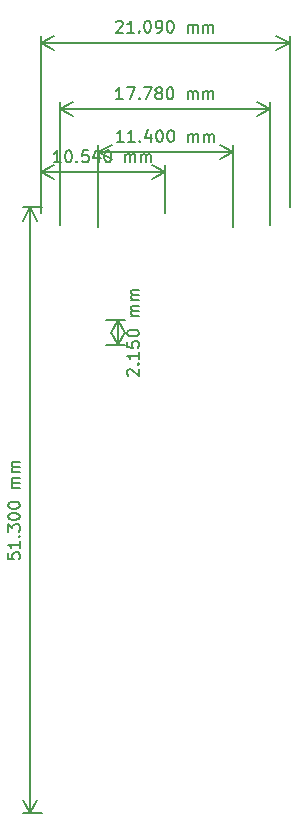
<source format=gbr>
G04 #@! TF.GenerationSoftware,KiCad,Pcbnew,(5.1.9)-1*
G04 #@! TF.CreationDate,2021-05-15T18:25:28+01:00*
G04 #@! TF.ProjectId,EnvOpenPico,456e764f-7065-46e5-9069-636f2e6b6963,REV1*
G04 #@! TF.SameCoordinates,Original*
G04 #@! TF.FileFunction,OtherDrawing,Comment*
%FSLAX46Y46*%
G04 Gerber Fmt 4.6, Leading zero omitted, Abs format (unit mm)*
G04 Created by KiCad (PCBNEW (5.1.9)-1) date 2021-05-15 18:25:28*
%MOMM*%
%LPD*%
G01*
G04 APERTURE LIST*
%ADD10C,0.150000*%
G04 APERTURE END LIST*
D10*
X94798571Y-53402380D02*
X94227142Y-53402380D01*
X94512857Y-53402380D02*
X94512857Y-52402380D01*
X94417619Y-52545238D01*
X94322380Y-52640476D01*
X94227142Y-52688095D01*
X95417619Y-52402380D02*
X95512857Y-52402380D01*
X95608095Y-52450000D01*
X95655714Y-52497619D01*
X95703333Y-52592857D01*
X95750952Y-52783333D01*
X95750952Y-53021428D01*
X95703333Y-53211904D01*
X95655714Y-53307142D01*
X95608095Y-53354761D01*
X95512857Y-53402380D01*
X95417619Y-53402380D01*
X95322380Y-53354761D01*
X95274761Y-53307142D01*
X95227142Y-53211904D01*
X95179523Y-53021428D01*
X95179523Y-52783333D01*
X95227142Y-52592857D01*
X95274761Y-52497619D01*
X95322380Y-52450000D01*
X95417619Y-52402380D01*
X96179523Y-53307142D02*
X96227142Y-53354761D01*
X96179523Y-53402380D01*
X96131904Y-53354761D01*
X96179523Y-53307142D01*
X96179523Y-53402380D01*
X97131904Y-52402380D02*
X96655714Y-52402380D01*
X96608095Y-52878571D01*
X96655714Y-52830952D01*
X96750952Y-52783333D01*
X96989047Y-52783333D01*
X97084285Y-52830952D01*
X97131904Y-52878571D01*
X97179523Y-52973809D01*
X97179523Y-53211904D01*
X97131904Y-53307142D01*
X97084285Y-53354761D01*
X96989047Y-53402380D01*
X96750952Y-53402380D01*
X96655714Y-53354761D01*
X96608095Y-53307142D01*
X98036666Y-52735714D02*
X98036666Y-53402380D01*
X97798571Y-52354761D02*
X97560476Y-53069047D01*
X98179523Y-53069047D01*
X98750952Y-52402380D02*
X98846190Y-52402380D01*
X98941428Y-52450000D01*
X98989047Y-52497619D01*
X99036666Y-52592857D01*
X99084285Y-52783333D01*
X99084285Y-53021428D01*
X99036666Y-53211904D01*
X98989047Y-53307142D01*
X98941428Y-53354761D01*
X98846190Y-53402380D01*
X98750952Y-53402380D01*
X98655714Y-53354761D01*
X98608095Y-53307142D01*
X98560476Y-53211904D01*
X98512857Y-53021428D01*
X98512857Y-52783333D01*
X98560476Y-52592857D01*
X98608095Y-52497619D01*
X98655714Y-52450000D01*
X98750952Y-52402380D01*
X100274761Y-53402380D02*
X100274761Y-52735714D01*
X100274761Y-52830952D02*
X100322380Y-52783333D01*
X100417619Y-52735714D01*
X100560476Y-52735714D01*
X100655714Y-52783333D01*
X100703333Y-52878571D01*
X100703333Y-53402380D01*
X100703333Y-52878571D02*
X100750952Y-52783333D01*
X100846190Y-52735714D01*
X100989047Y-52735714D01*
X101084285Y-52783333D01*
X101131904Y-52878571D01*
X101131904Y-53402380D01*
X101608095Y-53402380D02*
X101608095Y-52735714D01*
X101608095Y-52830952D02*
X101655714Y-52783333D01*
X101750952Y-52735714D01*
X101893809Y-52735714D01*
X101989047Y-52783333D01*
X102036666Y-52878571D01*
X102036666Y-53402380D01*
X102036666Y-52878571D02*
X102084285Y-52783333D01*
X102179523Y-52735714D01*
X102322380Y-52735714D01*
X102417619Y-52783333D01*
X102465238Y-52878571D01*
X102465238Y-53402380D01*
X93100000Y-54250000D02*
X103640000Y-54250000D01*
X93100000Y-57725000D02*
X93100000Y-53663579D01*
X103640000Y-57725000D02*
X103640000Y-53663579D01*
X103640000Y-54250000D02*
X102513496Y-54836421D01*
X103640000Y-54250000D02*
X102513496Y-53663579D01*
X93100000Y-54250000D02*
X94226504Y-54836421D01*
X93100000Y-54250000D02*
X94226504Y-53663579D01*
X100522619Y-71491666D02*
X100475000Y-71444047D01*
X100427380Y-71348809D01*
X100427380Y-71110714D01*
X100475000Y-71015476D01*
X100522619Y-70967857D01*
X100617857Y-70920238D01*
X100713095Y-70920238D01*
X100855952Y-70967857D01*
X101427380Y-71539285D01*
X101427380Y-70920238D01*
X101332142Y-70491666D02*
X101379761Y-70444047D01*
X101427380Y-70491666D01*
X101379761Y-70539285D01*
X101332142Y-70491666D01*
X101427380Y-70491666D01*
X101427380Y-69491666D02*
X101427380Y-70063095D01*
X101427380Y-69777380D02*
X100427380Y-69777380D01*
X100570238Y-69872619D01*
X100665476Y-69967857D01*
X100713095Y-70063095D01*
X100427380Y-68586904D02*
X100427380Y-69063095D01*
X100903571Y-69110714D01*
X100855952Y-69063095D01*
X100808333Y-68967857D01*
X100808333Y-68729761D01*
X100855952Y-68634523D01*
X100903571Y-68586904D01*
X100998809Y-68539285D01*
X101236904Y-68539285D01*
X101332142Y-68586904D01*
X101379761Y-68634523D01*
X101427380Y-68729761D01*
X101427380Y-68967857D01*
X101379761Y-69063095D01*
X101332142Y-69110714D01*
X100427380Y-67920238D02*
X100427380Y-67825000D01*
X100475000Y-67729761D01*
X100522619Y-67682142D01*
X100617857Y-67634523D01*
X100808333Y-67586904D01*
X101046428Y-67586904D01*
X101236904Y-67634523D01*
X101332142Y-67682142D01*
X101379761Y-67729761D01*
X101427380Y-67825000D01*
X101427380Y-67920238D01*
X101379761Y-68015476D01*
X101332142Y-68063095D01*
X101236904Y-68110714D01*
X101046428Y-68158333D01*
X100808333Y-68158333D01*
X100617857Y-68110714D01*
X100522619Y-68063095D01*
X100475000Y-68015476D01*
X100427380Y-67920238D01*
X101427380Y-66396428D02*
X100760714Y-66396428D01*
X100855952Y-66396428D02*
X100808333Y-66348809D01*
X100760714Y-66253571D01*
X100760714Y-66110714D01*
X100808333Y-66015476D01*
X100903571Y-65967857D01*
X101427380Y-65967857D01*
X100903571Y-65967857D02*
X100808333Y-65920238D01*
X100760714Y-65825000D01*
X100760714Y-65682142D01*
X100808333Y-65586904D01*
X100903571Y-65539285D01*
X101427380Y-65539285D01*
X101427380Y-65063095D02*
X100760714Y-65063095D01*
X100855952Y-65063095D02*
X100808333Y-65015476D01*
X100760714Y-64920238D01*
X100760714Y-64777380D01*
X100808333Y-64682142D01*
X100903571Y-64634523D01*
X101427380Y-64634523D01*
X100903571Y-64634523D02*
X100808333Y-64586904D01*
X100760714Y-64491666D01*
X100760714Y-64348809D01*
X100808333Y-64253571D01*
X100903571Y-64205952D01*
X101427380Y-64205952D01*
X99675000Y-68900000D02*
X99675000Y-66750000D01*
X98675000Y-68900000D02*
X100261421Y-68900000D01*
X98675000Y-66750000D02*
X100261421Y-66750000D01*
X99675000Y-66750000D02*
X100261421Y-67876504D01*
X99675000Y-66750000D02*
X99088579Y-67876504D01*
X99675000Y-68900000D02*
X100261421Y-67773496D01*
X99675000Y-68900000D02*
X99088579Y-67773496D01*
X100068571Y-48077380D02*
X99497142Y-48077380D01*
X99782857Y-48077380D02*
X99782857Y-47077380D01*
X99687619Y-47220238D01*
X99592380Y-47315476D01*
X99497142Y-47363095D01*
X100401904Y-47077380D02*
X101068571Y-47077380D01*
X100640000Y-48077380D01*
X101449523Y-47982142D02*
X101497142Y-48029761D01*
X101449523Y-48077380D01*
X101401904Y-48029761D01*
X101449523Y-47982142D01*
X101449523Y-48077380D01*
X101830476Y-47077380D02*
X102497142Y-47077380D01*
X102068571Y-48077380D01*
X103020952Y-47505952D02*
X102925714Y-47458333D01*
X102878095Y-47410714D01*
X102830476Y-47315476D01*
X102830476Y-47267857D01*
X102878095Y-47172619D01*
X102925714Y-47125000D01*
X103020952Y-47077380D01*
X103211428Y-47077380D01*
X103306666Y-47125000D01*
X103354285Y-47172619D01*
X103401904Y-47267857D01*
X103401904Y-47315476D01*
X103354285Y-47410714D01*
X103306666Y-47458333D01*
X103211428Y-47505952D01*
X103020952Y-47505952D01*
X102925714Y-47553571D01*
X102878095Y-47601190D01*
X102830476Y-47696428D01*
X102830476Y-47886904D01*
X102878095Y-47982142D01*
X102925714Y-48029761D01*
X103020952Y-48077380D01*
X103211428Y-48077380D01*
X103306666Y-48029761D01*
X103354285Y-47982142D01*
X103401904Y-47886904D01*
X103401904Y-47696428D01*
X103354285Y-47601190D01*
X103306666Y-47553571D01*
X103211428Y-47505952D01*
X104020952Y-47077380D02*
X104116190Y-47077380D01*
X104211428Y-47125000D01*
X104259047Y-47172619D01*
X104306666Y-47267857D01*
X104354285Y-47458333D01*
X104354285Y-47696428D01*
X104306666Y-47886904D01*
X104259047Y-47982142D01*
X104211428Y-48029761D01*
X104116190Y-48077380D01*
X104020952Y-48077380D01*
X103925714Y-48029761D01*
X103878095Y-47982142D01*
X103830476Y-47886904D01*
X103782857Y-47696428D01*
X103782857Y-47458333D01*
X103830476Y-47267857D01*
X103878095Y-47172619D01*
X103925714Y-47125000D01*
X104020952Y-47077380D01*
X105544761Y-48077380D02*
X105544761Y-47410714D01*
X105544761Y-47505952D02*
X105592380Y-47458333D01*
X105687619Y-47410714D01*
X105830476Y-47410714D01*
X105925714Y-47458333D01*
X105973333Y-47553571D01*
X105973333Y-48077380D01*
X105973333Y-47553571D02*
X106020952Y-47458333D01*
X106116190Y-47410714D01*
X106259047Y-47410714D01*
X106354285Y-47458333D01*
X106401904Y-47553571D01*
X106401904Y-48077380D01*
X106878095Y-48077380D02*
X106878095Y-47410714D01*
X106878095Y-47505952D02*
X106925714Y-47458333D01*
X107020952Y-47410714D01*
X107163809Y-47410714D01*
X107259047Y-47458333D01*
X107306666Y-47553571D01*
X107306666Y-48077380D01*
X107306666Y-47553571D02*
X107354285Y-47458333D01*
X107449523Y-47410714D01*
X107592380Y-47410714D01*
X107687619Y-47458333D01*
X107735238Y-47553571D01*
X107735238Y-48077380D01*
X112530000Y-48925000D02*
X94750000Y-48925000D01*
X112530000Y-58725000D02*
X112530000Y-48338579D01*
X94750000Y-58725000D02*
X94750000Y-48338579D01*
X94750000Y-48925000D02*
X95876504Y-48338579D01*
X94750000Y-48925000D02*
X95876504Y-49511421D01*
X112530000Y-48925000D02*
X111403496Y-48338579D01*
X112530000Y-48925000D02*
X111403496Y-49511421D01*
X100128571Y-51677380D02*
X99557142Y-51677380D01*
X99842857Y-51677380D02*
X99842857Y-50677380D01*
X99747619Y-50820238D01*
X99652380Y-50915476D01*
X99557142Y-50963095D01*
X101080952Y-51677380D02*
X100509523Y-51677380D01*
X100795238Y-51677380D02*
X100795238Y-50677380D01*
X100700000Y-50820238D01*
X100604761Y-50915476D01*
X100509523Y-50963095D01*
X101509523Y-51582142D02*
X101557142Y-51629761D01*
X101509523Y-51677380D01*
X101461904Y-51629761D01*
X101509523Y-51582142D01*
X101509523Y-51677380D01*
X102414285Y-51010714D02*
X102414285Y-51677380D01*
X102176190Y-50629761D02*
X101938095Y-51344047D01*
X102557142Y-51344047D01*
X103128571Y-50677380D02*
X103223809Y-50677380D01*
X103319047Y-50725000D01*
X103366666Y-50772619D01*
X103414285Y-50867857D01*
X103461904Y-51058333D01*
X103461904Y-51296428D01*
X103414285Y-51486904D01*
X103366666Y-51582142D01*
X103319047Y-51629761D01*
X103223809Y-51677380D01*
X103128571Y-51677380D01*
X103033333Y-51629761D01*
X102985714Y-51582142D01*
X102938095Y-51486904D01*
X102890476Y-51296428D01*
X102890476Y-51058333D01*
X102938095Y-50867857D01*
X102985714Y-50772619D01*
X103033333Y-50725000D01*
X103128571Y-50677380D01*
X104080952Y-50677380D02*
X104176190Y-50677380D01*
X104271428Y-50725000D01*
X104319047Y-50772619D01*
X104366666Y-50867857D01*
X104414285Y-51058333D01*
X104414285Y-51296428D01*
X104366666Y-51486904D01*
X104319047Y-51582142D01*
X104271428Y-51629761D01*
X104176190Y-51677380D01*
X104080952Y-51677380D01*
X103985714Y-51629761D01*
X103938095Y-51582142D01*
X103890476Y-51486904D01*
X103842857Y-51296428D01*
X103842857Y-51058333D01*
X103890476Y-50867857D01*
X103938095Y-50772619D01*
X103985714Y-50725000D01*
X104080952Y-50677380D01*
X105604761Y-51677380D02*
X105604761Y-51010714D01*
X105604761Y-51105952D02*
X105652380Y-51058333D01*
X105747619Y-51010714D01*
X105890476Y-51010714D01*
X105985714Y-51058333D01*
X106033333Y-51153571D01*
X106033333Y-51677380D01*
X106033333Y-51153571D02*
X106080952Y-51058333D01*
X106176190Y-51010714D01*
X106319047Y-51010714D01*
X106414285Y-51058333D01*
X106461904Y-51153571D01*
X106461904Y-51677380D01*
X106938095Y-51677380D02*
X106938095Y-51010714D01*
X106938095Y-51105952D02*
X106985714Y-51058333D01*
X107080952Y-51010714D01*
X107223809Y-51010714D01*
X107319047Y-51058333D01*
X107366666Y-51153571D01*
X107366666Y-51677380D01*
X107366666Y-51153571D02*
X107414285Y-51058333D01*
X107509523Y-51010714D01*
X107652380Y-51010714D01*
X107747619Y-51058333D01*
X107795238Y-51153571D01*
X107795238Y-51677380D01*
X98000000Y-52525000D02*
X109400000Y-52525000D01*
X98000000Y-58925000D02*
X98000000Y-51938579D01*
X109400000Y-58925000D02*
X109400000Y-51938579D01*
X109400000Y-52525000D02*
X108273496Y-53111421D01*
X109400000Y-52525000D02*
X108273496Y-51938579D01*
X98000000Y-52525000D02*
X99126504Y-53111421D01*
X98000000Y-52525000D02*
X99126504Y-51938579D01*
X99502142Y-41522619D02*
X99549761Y-41475000D01*
X99645000Y-41427380D01*
X99883095Y-41427380D01*
X99978333Y-41475000D01*
X100025952Y-41522619D01*
X100073571Y-41617857D01*
X100073571Y-41713095D01*
X100025952Y-41855952D01*
X99454523Y-42427380D01*
X100073571Y-42427380D01*
X101025952Y-42427380D02*
X100454523Y-42427380D01*
X100740238Y-42427380D02*
X100740238Y-41427380D01*
X100645000Y-41570238D01*
X100549761Y-41665476D01*
X100454523Y-41713095D01*
X101454523Y-42332142D02*
X101502142Y-42379761D01*
X101454523Y-42427380D01*
X101406904Y-42379761D01*
X101454523Y-42332142D01*
X101454523Y-42427380D01*
X102121190Y-41427380D02*
X102216428Y-41427380D01*
X102311666Y-41475000D01*
X102359285Y-41522619D01*
X102406904Y-41617857D01*
X102454523Y-41808333D01*
X102454523Y-42046428D01*
X102406904Y-42236904D01*
X102359285Y-42332142D01*
X102311666Y-42379761D01*
X102216428Y-42427380D01*
X102121190Y-42427380D01*
X102025952Y-42379761D01*
X101978333Y-42332142D01*
X101930714Y-42236904D01*
X101883095Y-42046428D01*
X101883095Y-41808333D01*
X101930714Y-41617857D01*
X101978333Y-41522619D01*
X102025952Y-41475000D01*
X102121190Y-41427380D01*
X102930714Y-42427380D02*
X103121190Y-42427380D01*
X103216428Y-42379761D01*
X103264047Y-42332142D01*
X103359285Y-42189285D01*
X103406904Y-41998809D01*
X103406904Y-41617857D01*
X103359285Y-41522619D01*
X103311666Y-41475000D01*
X103216428Y-41427380D01*
X103025952Y-41427380D01*
X102930714Y-41475000D01*
X102883095Y-41522619D01*
X102835476Y-41617857D01*
X102835476Y-41855952D01*
X102883095Y-41951190D01*
X102930714Y-41998809D01*
X103025952Y-42046428D01*
X103216428Y-42046428D01*
X103311666Y-41998809D01*
X103359285Y-41951190D01*
X103406904Y-41855952D01*
X104025952Y-41427380D02*
X104121190Y-41427380D01*
X104216428Y-41475000D01*
X104264047Y-41522619D01*
X104311666Y-41617857D01*
X104359285Y-41808333D01*
X104359285Y-42046428D01*
X104311666Y-42236904D01*
X104264047Y-42332142D01*
X104216428Y-42379761D01*
X104121190Y-42427380D01*
X104025952Y-42427380D01*
X103930714Y-42379761D01*
X103883095Y-42332142D01*
X103835476Y-42236904D01*
X103787857Y-42046428D01*
X103787857Y-41808333D01*
X103835476Y-41617857D01*
X103883095Y-41522619D01*
X103930714Y-41475000D01*
X104025952Y-41427380D01*
X105549761Y-42427380D02*
X105549761Y-41760714D01*
X105549761Y-41855952D02*
X105597380Y-41808333D01*
X105692619Y-41760714D01*
X105835476Y-41760714D01*
X105930714Y-41808333D01*
X105978333Y-41903571D01*
X105978333Y-42427380D01*
X105978333Y-41903571D02*
X106025952Y-41808333D01*
X106121190Y-41760714D01*
X106264047Y-41760714D01*
X106359285Y-41808333D01*
X106406904Y-41903571D01*
X106406904Y-42427380D01*
X106883095Y-42427380D02*
X106883095Y-41760714D01*
X106883095Y-41855952D02*
X106930714Y-41808333D01*
X107025952Y-41760714D01*
X107168809Y-41760714D01*
X107264047Y-41808333D01*
X107311666Y-41903571D01*
X107311666Y-42427380D01*
X107311666Y-41903571D02*
X107359285Y-41808333D01*
X107454523Y-41760714D01*
X107597380Y-41760714D01*
X107692619Y-41808333D01*
X107740238Y-41903571D01*
X107740238Y-42427380D01*
X93100000Y-43275000D02*
X114190000Y-43275000D01*
X93100000Y-57225000D02*
X93100000Y-42688579D01*
X114190000Y-57225000D02*
X114190000Y-42688579D01*
X114190000Y-43275000D02*
X113063496Y-43861421D01*
X114190000Y-43275000D02*
X113063496Y-42688579D01*
X93100000Y-43275000D02*
X94226504Y-43861421D01*
X93100000Y-43275000D02*
X94226504Y-42688579D01*
X90342380Y-86494047D02*
X90342380Y-86970238D01*
X90818571Y-87017857D01*
X90770952Y-86970238D01*
X90723333Y-86875000D01*
X90723333Y-86636904D01*
X90770952Y-86541666D01*
X90818571Y-86494047D01*
X90913809Y-86446428D01*
X91151904Y-86446428D01*
X91247142Y-86494047D01*
X91294761Y-86541666D01*
X91342380Y-86636904D01*
X91342380Y-86875000D01*
X91294761Y-86970238D01*
X91247142Y-87017857D01*
X91342380Y-85494047D02*
X91342380Y-86065476D01*
X91342380Y-85779761D02*
X90342380Y-85779761D01*
X90485238Y-85875000D01*
X90580476Y-85970238D01*
X90628095Y-86065476D01*
X91247142Y-85065476D02*
X91294761Y-85017857D01*
X91342380Y-85065476D01*
X91294761Y-85113095D01*
X91247142Y-85065476D01*
X91342380Y-85065476D01*
X90342380Y-84684523D02*
X90342380Y-84065476D01*
X90723333Y-84398809D01*
X90723333Y-84255952D01*
X90770952Y-84160714D01*
X90818571Y-84113095D01*
X90913809Y-84065476D01*
X91151904Y-84065476D01*
X91247142Y-84113095D01*
X91294761Y-84160714D01*
X91342380Y-84255952D01*
X91342380Y-84541666D01*
X91294761Y-84636904D01*
X91247142Y-84684523D01*
X90342380Y-83446428D02*
X90342380Y-83351190D01*
X90390000Y-83255952D01*
X90437619Y-83208333D01*
X90532857Y-83160714D01*
X90723333Y-83113095D01*
X90961428Y-83113095D01*
X91151904Y-83160714D01*
X91247142Y-83208333D01*
X91294761Y-83255952D01*
X91342380Y-83351190D01*
X91342380Y-83446428D01*
X91294761Y-83541666D01*
X91247142Y-83589285D01*
X91151904Y-83636904D01*
X90961428Y-83684523D01*
X90723333Y-83684523D01*
X90532857Y-83636904D01*
X90437619Y-83589285D01*
X90390000Y-83541666D01*
X90342380Y-83446428D01*
X90342380Y-82494047D02*
X90342380Y-82398809D01*
X90390000Y-82303571D01*
X90437619Y-82255952D01*
X90532857Y-82208333D01*
X90723333Y-82160714D01*
X90961428Y-82160714D01*
X91151904Y-82208333D01*
X91247142Y-82255952D01*
X91294761Y-82303571D01*
X91342380Y-82398809D01*
X91342380Y-82494047D01*
X91294761Y-82589285D01*
X91247142Y-82636904D01*
X91151904Y-82684523D01*
X90961428Y-82732142D01*
X90723333Y-82732142D01*
X90532857Y-82684523D01*
X90437619Y-82636904D01*
X90390000Y-82589285D01*
X90342380Y-82494047D01*
X91342380Y-80970238D02*
X90675714Y-80970238D01*
X90770952Y-80970238D02*
X90723333Y-80922619D01*
X90675714Y-80827380D01*
X90675714Y-80684523D01*
X90723333Y-80589285D01*
X90818571Y-80541666D01*
X91342380Y-80541666D01*
X90818571Y-80541666D02*
X90723333Y-80494047D01*
X90675714Y-80398809D01*
X90675714Y-80255952D01*
X90723333Y-80160714D01*
X90818571Y-80113095D01*
X91342380Y-80113095D01*
X91342380Y-79636904D02*
X90675714Y-79636904D01*
X90770952Y-79636904D02*
X90723333Y-79589285D01*
X90675714Y-79494047D01*
X90675714Y-79351190D01*
X90723333Y-79255952D01*
X90818571Y-79208333D01*
X91342380Y-79208333D01*
X90818571Y-79208333D02*
X90723333Y-79160714D01*
X90675714Y-79065476D01*
X90675714Y-78922619D01*
X90723333Y-78827380D01*
X90818571Y-78779761D01*
X91342380Y-78779761D01*
X92190000Y-108525000D02*
X92190000Y-57225000D01*
X93190000Y-108525000D02*
X91603579Y-108525000D01*
X93190000Y-57225000D02*
X91603579Y-57225000D01*
X92190000Y-57225000D02*
X92776421Y-58351504D01*
X92190000Y-57225000D02*
X91603579Y-58351504D01*
X92190000Y-108525000D02*
X92776421Y-107398496D01*
X92190000Y-108525000D02*
X91603579Y-107398496D01*
M02*

</source>
